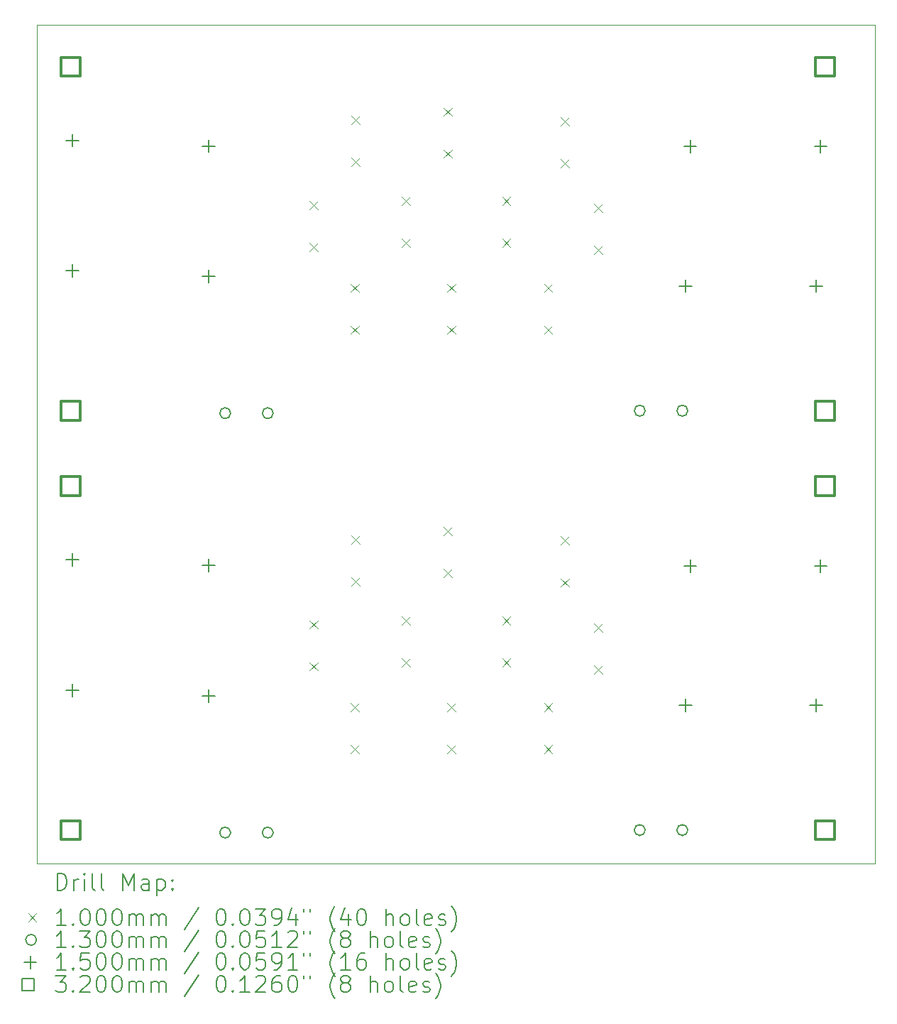
<source format=gbr>
%TF.GenerationSoftware,KiCad,Pcbnew,7.0.1*%
%TF.CreationDate,2023-06-27T15:12:14+02:00*%
%TF.ProjectId,K_PSU_dual_filter,4b5f5053-555f-4647-9561-6c5f66696c74,rev?*%
%TF.SameCoordinates,Original*%
%TF.FileFunction,Drillmap*%
%TF.FilePolarity,Positive*%
%FSLAX45Y45*%
G04 Gerber Fmt 4.5, Leading zero omitted, Abs format (unit mm)*
G04 Created by KiCad (PCBNEW 7.0.1) date 2023-06-27 15:12:14*
%MOMM*%
%LPD*%
G01*
G04 APERTURE LIST*
%ADD10C,0.100000*%
%ADD11C,0.200000*%
%ADD12C,0.130000*%
%ADD13C,0.150000*%
%ADD14C,0.320000*%
G04 APERTURE END LIST*
D10*
X10500000Y-3500000D02*
X20500000Y-3500000D01*
X20500000Y-13500000D01*
X10500000Y-13500000D01*
X10500000Y-3500000D01*
D11*
D10*
X13750000Y-5600000D02*
X13850000Y-5700000D01*
X13850000Y-5600000D02*
X13750000Y-5700000D01*
X13750000Y-6100000D02*
X13850000Y-6200000D01*
X13850000Y-6100000D02*
X13750000Y-6200000D01*
X13750000Y-10600000D02*
X13850000Y-10700000D01*
X13850000Y-10600000D02*
X13750000Y-10700000D01*
X13750000Y-11100000D02*
X13850000Y-11200000D01*
X13850000Y-11100000D02*
X13750000Y-11200000D01*
X14240000Y-6586768D02*
X14340000Y-6686768D01*
X14340000Y-6586768D02*
X14240000Y-6686768D01*
X14240000Y-7086768D02*
X14340000Y-7186768D01*
X14340000Y-7086768D02*
X14240000Y-7186768D01*
X14240000Y-11586768D02*
X14340000Y-11686768D01*
X14340000Y-11586768D02*
X14240000Y-11686768D01*
X14240000Y-12086768D02*
X14340000Y-12186768D01*
X14340000Y-12086768D02*
X14240000Y-12186768D01*
X14250000Y-4586768D02*
X14350000Y-4686768D01*
X14350000Y-4586768D02*
X14250000Y-4686768D01*
X14250000Y-5086768D02*
X14350000Y-5186768D01*
X14350000Y-5086768D02*
X14250000Y-5186768D01*
X14250000Y-9586768D02*
X14350000Y-9686768D01*
X14350000Y-9586768D02*
X14250000Y-9686768D01*
X14250000Y-10086768D02*
X14350000Y-10186768D01*
X14350000Y-10086768D02*
X14250000Y-10186768D01*
X14850000Y-5550000D02*
X14950000Y-5650000D01*
X14950000Y-5550000D02*
X14850000Y-5650000D01*
X14850000Y-6050000D02*
X14950000Y-6150000D01*
X14950000Y-6050000D02*
X14850000Y-6150000D01*
X14850000Y-10550000D02*
X14950000Y-10650000D01*
X14950000Y-10550000D02*
X14850000Y-10650000D01*
X14850000Y-11050000D02*
X14950000Y-11150000D01*
X14950000Y-11050000D02*
X14850000Y-11150000D01*
X15350000Y-4486768D02*
X15450000Y-4586768D01*
X15450000Y-4486768D02*
X15350000Y-4586768D01*
X15350000Y-4986768D02*
X15450000Y-5086768D01*
X15450000Y-4986768D02*
X15350000Y-5086768D01*
X15350000Y-9486768D02*
X15450000Y-9586768D01*
X15450000Y-9486768D02*
X15350000Y-9586768D01*
X15350000Y-9986768D02*
X15450000Y-10086768D01*
X15450000Y-9986768D02*
X15350000Y-10086768D01*
X15395000Y-6586768D02*
X15495000Y-6686768D01*
X15495000Y-6586768D02*
X15395000Y-6686768D01*
X15395000Y-7086768D02*
X15495000Y-7186768D01*
X15495000Y-7086768D02*
X15395000Y-7186768D01*
X15395000Y-11586768D02*
X15495000Y-11686768D01*
X15495000Y-11586768D02*
X15395000Y-11686768D01*
X15395000Y-12086768D02*
X15495000Y-12186768D01*
X15495000Y-12086768D02*
X15395000Y-12186768D01*
X16050000Y-5550000D02*
X16150000Y-5650000D01*
X16150000Y-5550000D02*
X16050000Y-5650000D01*
X16050000Y-6050000D02*
X16150000Y-6150000D01*
X16150000Y-6050000D02*
X16050000Y-6150000D01*
X16050000Y-10550000D02*
X16150000Y-10650000D01*
X16150000Y-10550000D02*
X16050000Y-10650000D01*
X16050000Y-11050000D02*
X16150000Y-11150000D01*
X16150000Y-11050000D02*
X16050000Y-11150000D01*
X16550000Y-6586768D02*
X16650000Y-6686768D01*
X16650000Y-6586768D02*
X16550000Y-6686768D01*
X16550000Y-7086768D02*
X16650000Y-7186768D01*
X16650000Y-7086768D02*
X16550000Y-7186768D01*
X16550000Y-11586768D02*
X16650000Y-11686768D01*
X16650000Y-11586768D02*
X16550000Y-11686768D01*
X16550000Y-12086768D02*
X16650000Y-12186768D01*
X16650000Y-12086768D02*
X16550000Y-12186768D01*
X16750000Y-4600000D02*
X16850000Y-4700000D01*
X16850000Y-4600000D02*
X16750000Y-4700000D01*
X16750000Y-5100000D02*
X16850000Y-5200000D01*
X16850000Y-5100000D02*
X16750000Y-5200000D01*
X16750000Y-9600000D02*
X16850000Y-9700000D01*
X16850000Y-9600000D02*
X16750000Y-9700000D01*
X16750000Y-10100000D02*
X16850000Y-10200000D01*
X16850000Y-10100000D02*
X16750000Y-10200000D01*
X17150000Y-5636768D02*
X17250000Y-5736768D01*
X17250000Y-5636768D02*
X17150000Y-5736768D01*
X17150000Y-6136768D02*
X17250000Y-6236768D01*
X17250000Y-6136768D02*
X17150000Y-6236768D01*
X17150000Y-10636768D02*
X17250000Y-10736768D01*
X17250000Y-10636768D02*
X17150000Y-10736768D01*
X17150000Y-11136768D02*
X17250000Y-11236768D01*
X17250000Y-11136768D02*
X17150000Y-11236768D01*
D12*
X12811000Y-8130000D02*
G75*
G03*
X12811000Y-8130000I-65000J0D01*
G01*
X12811000Y-13130000D02*
G75*
G03*
X12811000Y-13130000I-65000J0D01*
G01*
X13319000Y-8130000D02*
G75*
G03*
X13319000Y-8130000I-65000J0D01*
G01*
X13319000Y-13130000D02*
G75*
G03*
X13319000Y-13130000I-65000J0D01*
G01*
X17757000Y-8100000D02*
G75*
G03*
X17757000Y-8100000I-65000J0D01*
G01*
X17757000Y-13100000D02*
G75*
G03*
X17757000Y-13100000I-65000J0D01*
G01*
X18265000Y-8100000D02*
G75*
G03*
X18265000Y-8100000I-65000J0D01*
G01*
X18265000Y-13100000D02*
G75*
G03*
X18265000Y-13100000I-65000J0D01*
G01*
D13*
X10926048Y-4801048D02*
X10926048Y-4951048D01*
X10851048Y-4876048D02*
X11001048Y-4876048D01*
X10926048Y-6356683D02*
X10926048Y-6506683D01*
X10851048Y-6431683D02*
X11001048Y-6431683D01*
X10926048Y-9801048D02*
X10926048Y-9951048D01*
X10851048Y-9876048D02*
X11001048Y-9876048D01*
X10926048Y-11356683D02*
X10926048Y-11506683D01*
X10851048Y-11431683D02*
X11001048Y-11431683D01*
X12550000Y-4869365D02*
X12550000Y-5019365D01*
X12475000Y-4944365D02*
X12625000Y-4944365D01*
X12550000Y-6425000D02*
X12550000Y-6575000D01*
X12475000Y-6500000D02*
X12625000Y-6500000D01*
X12550000Y-9869365D02*
X12550000Y-10019365D01*
X12475000Y-9944365D02*
X12625000Y-9944365D01*
X12550000Y-11425000D02*
X12550000Y-11575000D01*
X12475000Y-11500000D02*
X12625000Y-11500000D01*
X18238024Y-6536976D02*
X18238024Y-6686976D01*
X18163024Y-6611976D02*
X18313024Y-6611976D01*
X18238024Y-11536976D02*
X18238024Y-11686976D01*
X18163024Y-11611976D02*
X18313024Y-11611976D01*
X18294365Y-4875000D02*
X18294365Y-5025000D01*
X18219365Y-4950000D02*
X18369365Y-4950000D01*
X18294365Y-9875000D02*
X18294365Y-10025000D01*
X18219365Y-9950000D02*
X18369365Y-9950000D01*
X19793659Y-6536976D02*
X19793659Y-6686976D01*
X19718659Y-6611976D02*
X19868659Y-6611976D01*
X19793659Y-11536976D02*
X19793659Y-11686976D01*
X19718659Y-11611976D02*
X19868659Y-11611976D01*
X19850000Y-4875000D02*
X19850000Y-5025000D01*
X19775000Y-4950000D02*
X19925000Y-4950000D01*
X19850000Y-9875000D02*
X19850000Y-10025000D01*
X19775000Y-9950000D02*
X19925000Y-9950000D01*
D14*
X11013138Y-4113138D02*
X11013138Y-3886862D01*
X10786862Y-3886862D01*
X10786862Y-4113138D01*
X11013138Y-4113138D01*
X11013138Y-8213138D02*
X11013138Y-7986862D01*
X10786862Y-7986862D01*
X10786862Y-8213138D01*
X11013138Y-8213138D01*
X11013138Y-9113138D02*
X11013138Y-8886862D01*
X10786862Y-8886862D01*
X10786862Y-9113138D01*
X11013138Y-9113138D01*
X11013138Y-13213138D02*
X11013138Y-12986862D01*
X10786862Y-12986862D01*
X10786862Y-13213138D01*
X11013138Y-13213138D01*
X20013138Y-4113138D02*
X20013138Y-3886862D01*
X19786862Y-3886862D01*
X19786862Y-4113138D01*
X20013138Y-4113138D01*
X20013138Y-8213138D02*
X20013138Y-7986862D01*
X19786862Y-7986862D01*
X19786862Y-8213138D01*
X20013138Y-8213138D01*
X20013138Y-9113138D02*
X20013138Y-8886862D01*
X19786862Y-8886862D01*
X19786862Y-9113138D01*
X20013138Y-9113138D01*
X20013138Y-13213138D02*
X20013138Y-12986862D01*
X19786862Y-12986862D01*
X19786862Y-13213138D01*
X20013138Y-13213138D01*
D11*
X10742619Y-13817524D02*
X10742619Y-13617524D01*
X10742619Y-13617524D02*
X10790238Y-13617524D01*
X10790238Y-13617524D02*
X10818810Y-13627048D01*
X10818810Y-13627048D02*
X10837857Y-13646095D01*
X10837857Y-13646095D02*
X10847381Y-13665143D01*
X10847381Y-13665143D02*
X10856905Y-13703238D01*
X10856905Y-13703238D02*
X10856905Y-13731809D01*
X10856905Y-13731809D02*
X10847381Y-13769905D01*
X10847381Y-13769905D02*
X10837857Y-13788952D01*
X10837857Y-13788952D02*
X10818810Y-13808000D01*
X10818810Y-13808000D02*
X10790238Y-13817524D01*
X10790238Y-13817524D02*
X10742619Y-13817524D01*
X10942619Y-13817524D02*
X10942619Y-13684190D01*
X10942619Y-13722286D02*
X10952143Y-13703238D01*
X10952143Y-13703238D02*
X10961667Y-13693714D01*
X10961667Y-13693714D02*
X10980714Y-13684190D01*
X10980714Y-13684190D02*
X10999762Y-13684190D01*
X11066429Y-13817524D02*
X11066429Y-13684190D01*
X11066429Y-13617524D02*
X11056905Y-13627048D01*
X11056905Y-13627048D02*
X11066429Y-13636571D01*
X11066429Y-13636571D02*
X11075952Y-13627048D01*
X11075952Y-13627048D02*
X11066429Y-13617524D01*
X11066429Y-13617524D02*
X11066429Y-13636571D01*
X11190238Y-13817524D02*
X11171190Y-13808000D01*
X11171190Y-13808000D02*
X11161667Y-13788952D01*
X11161667Y-13788952D02*
X11161667Y-13617524D01*
X11295000Y-13817524D02*
X11275952Y-13808000D01*
X11275952Y-13808000D02*
X11266428Y-13788952D01*
X11266428Y-13788952D02*
X11266428Y-13617524D01*
X11523571Y-13817524D02*
X11523571Y-13617524D01*
X11523571Y-13617524D02*
X11590238Y-13760381D01*
X11590238Y-13760381D02*
X11656905Y-13617524D01*
X11656905Y-13617524D02*
X11656905Y-13817524D01*
X11837857Y-13817524D02*
X11837857Y-13712762D01*
X11837857Y-13712762D02*
X11828333Y-13693714D01*
X11828333Y-13693714D02*
X11809286Y-13684190D01*
X11809286Y-13684190D02*
X11771190Y-13684190D01*
X11771190Y-13684190D02*
X11752143Y-13693714D01*
X11837857Y-13808000D02*
X11818809Y-13817524D01*
X11818809Y-13817524D02*
X11771190Y-13817524D01*
X11771190Y-13817524D02*
X11752143Y-13808000D01*
X11752143Y-13808000D02*
X11742619Y-13788952D01*
X11742619Y-13788952D02*
X11742619Y-13769905D01*
X11742619Y-13769905D02*
X11752143Y-13750857D01*
X11752143Y-13750857D02*
X11771190Y-13741333D01*
X11771190Y-13741333D02*
X11818809Y-13741333D01*
X11818809Y-13741333D02*
X11837857Y-13731809D01*
X11933095Y-13684190D02*
X11933095Y-13884190D01*
X11933095Y-13693714D02*
X11952143Y-13684190D01*
X11952143Y-13684190D02*
X11990238Y-13684190D01*
X11990238Y-13684190D02*
X12009286Y-13693714D01*
X12009286Y-13693714D02*
X12018809Y-13703238D01*
X12018809Y-13703238D02*
X12028333Y-13722286D01*
X12028333Y-13722286D02*
X12028333Y-13779428D01*
X12028333Y-13779428D02*
X12018809Y-13798476D01*
X12018809Y-13798476D02*
X12009286Y-13808000D01*
X12009286Y-13808000D02*
X11990238Y-13817524D01*
X11990238Y-13817524D02*
X11952143Y-13817524D01*
X11952143Y-13817524D02*
X11933095Y-13808000D01*
X12114048Y-13798476D02*
X12123571Y-13808000D01*
X12123571Y-13808000D02*
X12114048Y-13817524D01*
X12114048Y-13817524D02*
X12104524Y-13808000D01*
X12104524Y-13808000D02*
X12114048Y-13798476D01*
X12114048Y-13798476D02*
X12114048Y-13817524D01*
X12114048Y-13693714D02*
X12123571Y-13703238D01*
X12123571Y-13703238D02*
X12114048Y-13712762D01*
X12114048Y-13712762D02*
X12104524Y-13703238D01*
X12104524Y-13703238D02*
X12114048Y-13693714D01*
X12114048Y-13693714D02*
X12114048Y-13712762D01*
D10*
X10395000Y-14095000D02*
X10495000Y-14195000D01*
X10495000Y-14095000D02*
X10395000Y-14195000D01*
D11*
X10847381Y-14237524D02*
X10733095Y-14237524D01*
X10790238Y-14237524D02*
X10790238Y-14037524D01*
X10790238Y-14037524D02*
X10771190Y-14066095D01*
X10771190Y-14066095D02*
X10752143Y-14085143D01*
X10752143Y-14085143D02*
X10733095Y-14094667D01*
X10933095Y-14218476D02*
X10942619Y-14228000D01*
X10942619Y-14228000D02*
X10933095Y-14237524D01*
X10933095Y-14237524D02*
X10923571Y-14228000D01*
X10923571Y-14228000D02*
X10933095Y-14218476D01*
X10933095Y-14218476D02*
X10933095Y-14237524D01*
X11066429Y-14037524D02*
X11085476Y-14037524D01*
X11085476Y-14037524D02*
X11104524Y-14047048D01*
X11104524Y-14047048D02*
X11114048Y-14056571D01*
X11114048Y-14056571D02*
X11123571Y-14075619D01*
X11123571Y-14075619D02*
X11133095Y-14113714D01*
X11133095Y-14113714D02*
X11133095Y-14161333D01*
X11133095Y-14161333D02*
X11123571Y-14199428D01*
X11123571Y-14199428D02*
X11114048Y-14218476D01*
X11114048Y-14218476D02*
X11104524Y-14228000D01*
X11104524Y-14228000D02*
X11085476Y-14237524D01*
X11085476Y-14237524D02*
X11066429Y-14237524D01*
X11066429Y-14237524D02*
X11047381Y-14228000D01*
X11047381Y-14228000D02*
X11037857Y-14218476D01*
X11037857Y-14218476D02*
X11028333Y-14199428D01*
X11028333Y-14199428D02*
X11018810Y-14161333D01*
X11018810Y-14161333D02*
X11018810Y-14113714D01*
X11018810Y-14113714D02*
X11028333Y-14075619D01*
X11028333Y-14075619D02*
X11037857Y-14056571D01*
X11037857Y-14056571D02*
X11047381Y-14047048D01*
X11047381Y-14047048D02*
X11066429Y-14037524D01*
X11256905Y-14037524D02*
X11275952Y-14037524D01*
X11275952Y-14037524D02*
X11295000Y-14047048D01*
X11295000Y-14047048D02*
X11304524Y-14056571D01*
X11304524Y-14056571D02*
X11314048Y-14075619D01*
X11314048Y-14075619D02*
X11323571Y-14113714D01*
X11323571Y-14113714D02*
X11323571Y-14161333D01*
X11323571Y-14161333D02*
X11314048Y-14199428D01*
X11314048Y-14199428D02*
X11304524Y-14218476D01*
X11304524Y-14218476D02*
X11295000Y-14228000D01*
X11295000Y-14228000D02*
X11275952Y-14237524D01*
X11275952Y-14237524D02*
X11256905Y-14237524D01*
X11256905Y-14237524D02*
X11237857Y-14228000D01*
X11237857Y-14228000D02*
X11228333Y-14218476D01*
X11228333Y-14218476D02*
X11218809Y-14199428D01*
X11218809Y-14199428D02*
X11209286Y-14161333D01*
X11209286Y-14161333D02*
X11209286Y-14113714D01*
X11209286Y-14113714D02*
X11218809Y-14075619D01*
X11218809Y-14075619D02*
X11228333Y-14056571D01*
X11228333Y-14056571D02*
X11237857Y-14047048D01*
X11237857Y-14047048D02*
X11256905Y-14037524D01*
X11447381Y-14037524D02*
X11466429Y-14037524D01*
X11466429Y-14037524D02*
X11485476Y-14047048D01*
X11485476Y-14047048D02*
X11495000Y-14056571D01*
X11495000Y-14056571D02*
X11504524Y-14075619D01*
X11504524Y-14075619D02*
X11514048Y-14113714D01*
X11514048Y-14113714D02*
X11514048Y-14161333D01*
X11514048Y-14161333D02*
X11504524Y-14199428D01*
X11504524Y-14199428D02*
X11495000Y-14218476D01*
X11495000Y-14218476D02*
X11485476Y-14228000D01*
X11485476Y-14228000D02*
X11466429Y-14237524D01*
X11466429Y-14237524D02*
X11447381Y-14237524D01*
X11447381Y-14237524D02*
X11428333Y-14228000D01*
X11428333Y-14228000D02*
X11418809Y-14218476D01*
X11418809Y-14218476D02*
X11409286Y-14199428D01*
X11409286Y-14199428D02*
X11399762Y-14161333D01*
X11399762Y-14161333D02*
X11399762Y-14113714D01*
X11399762Y-14113714D02*
X11409286Y-14075619D01*
X11409286Y-14075619D02*
X11418809Y-14056571D01*
X11418809Y-14056571D02*
X11428333Y-14047048D01*
X11428333Y-14047048D02*
X11447381Y-14037524D01*
X11599762Y-14237524D02*
X11599762Y-14104190D01*
X11599762Y-14123238D02*
X11609286Y-14113714D01*
X11609286Y-14113714D02*
X11628333Y-14104190D01*
X11628333Y-14104190D02*
X11656905Y-14104190D01*
X11656905Y-14104190D02*
X11675952Y-14113714D01*
X11675952Y-14113714D02*
X11685476Y-14132762D01*
X11685476Y-14132762D02*
X11685476Y-14237524D01*
X11685476Y-14132762D02*
X11695000Y-14113714D01*
X11695000Y-14113714D02*
X11714048Y-14104190D01*
X11714048Y-14104190D02*
X11742619Y-14104190D01*
X11742619Y-14104190D02*
X11761667Y-14113714D01*
X11761667Y-14113714D02*
X11771190Y-14132762D01*
X11771190Y-14132762D02*
X11771190Y-14237524D01*
X11866429Y-14237524D02*
X11866429Y-14104190D01*
X11866429Y-14123238D02*
X11875952Y-14113714D01*
X11875952Y-14113714D02*
X11895000Y-14104190D01*
X11895000Y-14104190D02*
X11923571Y-14104190D01*
X11923571Y-14104190D02*
X11942619Y-14113714D01*
X11942619Y-14113714D02*
X11952143Y-14132762D01*
X11952143Y-14132762D02*
X11952143Y-14237524D01*
X11952143Y-14132762D02*
X11961667Y-14113714D01*
X11961667Y-14113714D02*
X11980714Y-14104190D01*
X11980714Y-14104190D02*
X12009286Y-14104190D01*
X12009286Y-14104190D02*
X12028333Y-14113714D01*
X12028333Y-14113714D02*
X12037857Y-14132762D01*
X12037857Y-14132762D02*
X12037857Y-14237524D01*
X12428333Y-14028000D02*
X12256905Y-14285143D01*
X12685476Y-14037524D02*
X12704524Y-14037524D01*
X12704524Y-14037524D02*
X12723572Y-14047048D01*
X12723572Y-14047048D02*
X12733095Y-14056571D01*
X12733095Y-14056571D02*
X12742619Y-14075619D01*
X12742619Y-14075619D02*
X12752143Y-14113714D01*
X12752143Y-14113714D02*
X12752143Y-14161333D01*
X12752143Y-14161333D02*
X12742619Y-14199428D01*
X12742619Y-14199428D02*
X12733095Y-14218476D01*
X12733095Y-14218476D02*
X12723572Y-14228000D01*
X12723572Y-14228000D02*
X12704524Y-14237524D01*
X12704524Y-14237524D02*
X12685476Y-14237524D01*
X12685476Y-14237524D02*
X12666429Y-14228000D01*
X12666429Y-14228000D02*
X12656905Y-14218476D01*
X12656905Y-14218476D02*
X12647381Y-14199428D01*
X12647381Y-14199428D02*
X12637857Y-14161333D01*
X12637857Y-14161333D02*
X12637857Y-14113714D01*
X12637857Y-14113714D02*
X12647381Y-14075619D01*
X12647381Y-14075619D02*
X12656905Y-14056571D01*
X12656905Y-14056571D02*
X12666429Y-14047048D01*
X12666429Y-14047048D02*
X12685476Y-14037524D01*
X12837857Y-14218476D02*
X12847381Y-14228000D01*
X12847381Y-14228000D02*
X12837857Y-14237524D01*
X12837857Y-14237524D02*
X12828333Y-14228000D01*
X12828333Y-14228000D02*
X12837857Y-14218476D01*
X12837857Y-14218476D02*
X12837857Y-14237524D01*
X12971191Y-14037524D02*
X12990238Y-14037524D01*
X12990238Y-14037524D02*
X13009286Y-14047048D01*
X13009286Y-14047048D02*
X13018810Y-14056571D01*
X13018810Y-14056571D02*
X13028333Y-14075619D01*
X13028333Y-14075619D02*
X13037857Y-14113714D01*
X13037857Y-14113714D02*
X13037857Y-14161333D01*
X13037857Y-14161333D02*
X13028333Y-14199428D01*
X13028333Y-14199428D02*
X13018810Y-14218476D01*
X13018810Y-14218476D02*
X13009286Y-14228000D01*
X13009286Y-14228000D02*
X12990238Y-14237524D01*
X12990238Y-14237524D02*
X12971191Y-14237524D01*
X12971191Y-14237524D02*
X12952143Y-14228000D01*
X12952143Y-14228000D02*
X12942619Y-14218476D01*
X12942619Y-14218476D02*
X12933095Y-14199428D01*
X12933095Y-14199428D02*
X12923572Y-14161333D01*
X12923572Y-14161333D02*
X12923572Y-14113714D01*
X12923572Y-14113714D02*
X12933095Y-14075619D01*
X12933095Y-14075619D02*
X12942619Y-14056571D01*
X12942619Y-14056571D02*
X12952143Y-14047048D01*
X12952143Y-14047048D02*
X12971191Y-14037524D01*
X13104524Y-14037524D02*
X13228333Y-14037524D01*
X13228333Y-14037524D02*
X13161667Y-14113714D01*
X13161667Y-14113714D02*
X13190238Y-14113714D01*
X13190238Y-14113714D02*
X13209286Y-14123238D01*
X13209286Y-14123238D02*
X13218810Y-14132762D01*
X13218810Y-14132762D02*
X13228333Y-14151809D01*
X13228333Y-14151809D02*
X13228333Y-14199428D01*
X13228333Y-14199428D02*
X13218810Y-14218476D01*
X13218810Y-14218476D02*
X13209286Y-14228000D01*
X13209286Y-14228000D02*
X13190238Y-14237524D01*
X13190238Y-14237524D02*
X13133095Y-14237524D01*
X13133095Y-14237524D02*
X13114048Y-14228000D01*
X13114048Y-14228000D02*
X13104524Y-14218476D01*
X13323572Y-14237524D02*
X13361667Y-14237524D01*
X13361667Y-14237524D02*
X13380714Y-14228000D01*
X13380714Y-14228000D02*
X13390238Y-14218476D01*
X13390238Y-14218476D02*
X13409286Y-14189905D01*
X13409286Y-14189905D02*
X13418810Y-14151809D01*
X13418810Y-14151809D02*
X13418810Y-14075619D01*
X13418810Y-14075619D02*
X13409286Y-14056571D01*
X13409286Y-14056571D02*
X13399762Y-14047048D01*
X13399762Y-14047048D02*
X13380714Y-14037524D01*
X13380714Y-14037524D02*
X13342619Y-14037524D01*
X13342619Y-14037524D02*
X13323572Y-14047048D01*
X13323572Y-14047048D02*
X13314048Y-14056571D01*
X13314048Y-14056571D02*
X13304524Y-14075619D01*
X13304524Y-14075619D02*
X13304524Y-14123238D01*
X13304524Y-14123238D02*
X13314048Y-14142286D01*
X13314048Y-14142286D02*
X13323572Y-14151809D01*
X13323572Y-14151809D02*
X13342619Y-14161333D01*
X13342619Y-14161333D02*
X13380714Y-14161333D01*
X13380714Y-14161333D02*
X13399762Y-14151809D01*
X13399762Y-14151809D02*
X13409286Y-14142286D01*
X13409286Y-14142286D02*
X13418810Y-14123238D01*
X13590238Y-14104190D02*
X13590238Y-14237524D01*
X13542619Y-14028000D02*
X13495000Y-14170857D01*
X13495000Y-14170857D02*
X13618810Y-14170857D01*
X13685476Y-14037524D02*
X13685476Y-14075619D01*
X13761667Y-14037524D02*
X13761667Y-14075619D01*
X14056905Y-14313714D02*
X14047381Y-14304190D01*
X14047381Y-14304190D02*
X14028334Y-14275619D01*
X14028334Y-14275619D02*
X14018810Y-14256571D01*
X14018810Y-14256571D02*
X14009286Y-14228000D01*
X14009286Y-14228000D02*
X13999762Y-14180381D01*
X13999762Y-14180381D02*
X13999762Y-14142286D01*
X13999762Y-14142286D02*
X14009286Y-14094667D01*
X14009286Y-14094667D02*
X14018810Y-14066095D01*
X14018810Y-14066095D02*
X14028334Y-14047048D01*
X14028334Y-14047048D02*
X14047381Y-14018476D01*
X14047381Y-14018476D02*
X14056905Y-14008952D01*
X14218810Y-14104190D02*
X14218810Y-14237524D01*
X14171191Y-14028000D02*
X14123572Y-14170857D01*
X14123572Y-14170857D02*
X14247381Y-14170857D01*
X14361667Y-14037524D02*
X14380715Y-14037524D01*
X14380715Y-14037524D02*
X14399762Y-14047048D01*
X14399762Y-14047048D02*
X14409286Y-14056571D01*
X14409286Y-14056571D02*
X14418810Y-14075619D01*
X14418810Y-14075619D02*
X14428334Y-14113714D01*
X14428334Y-14113714D02*
X14428334Y-14161333D01*
X14428334Y-14161333D02*
X14418810Y-14199428D01*
X14418810Y-14199428D02*
X14409286Y-14218476D01*
X14409286Y-14218476D02*
X14399762Y-14228000D01*
X14399762Y-14228000D02*
X14380715Y-14237524D01*
X14380715Y-14237524D02*
X14361667Y-14237524D01*
X14361667Y-14237524D02*
X14342619Y-14228000D01*
X14342619Y-14228000D02*
X14333095Y-14218476D01*
X14333095Y-14218476D02*
X14323572Y-14199428D01*
X14323572Y-14199428D02*
X14314048Y-14161333D01*
X14314048Y-14161333D02*
X14314048Y-14113714D01*
X14314048Y-14113714D02*
X14323572Y-14075619D01*
X14323572Y-14075619D02*
X14333095Y-14056571D01*
X14333095Y-14056571D02*
X14342619Y-14047048D01*
X14342619Y-14047048D02*
X14361667Y-14037524D01*
X14666429Y-14237524D02*
X14666429Y-14037524D01*
X14752143Y-14237524D02*
X14752143Y-14132762D01*
X14752143Y-14132762D02*
X14742619Y-14113714D01*
X14742619Y-14113714D02*
X14723572Y-14104190D01*
X14723572Y-14104190D02*
X14695000Y-14104190D01*
X14695000Y-14104190D02*
X14675953Y-14113714D01*
X14675953Y-14113714D02*
X14666429Y-14123238D01*
X14875953Y-14237524D02*
X14856905Y-14228000D01*
X14856905Y-14228000D02*
X14847381Y-14218476D01*
X14847381Y-14218476D02*
X14837857Y-14199428D01*
X14837857Y-14199428D02*
X14837857Y-14142286D01*
X14837857Y-14142286D02*
X14847381Y-14123238D01*
X14847381Y-14123238D02*
X14856905Y-14113714D01*
X14856905Y-14113714D02*
X14875953Y-14104190D01*
X14875953Y-14104190D02*
X14904524Y-14104190D01*
X14904524Y-14104190D02*
X14923572Y-14113714D01*
X14923572Y-14113714D02*
X14933096Y-14123238D01*
X14933096Y-14123238D02*
X14942619Y-14142286D01*
X14942619Y-14142286D02*
X14942619Y-14199428D01*
X14942619Y-14199428D02*
X14933096Y-14218476D01*
X14933096Y-14218476D02*
X14923572Y-14228000D01*
X14923572Y-14228000D02*
X14904524Y-14237524D01*
X14904524Y-14237524D02*
X14875953Y-14237524D01*
X15056905Y-14237524D02*
X15037857Y-14228000D01*
X15037857Y-14228000D02*
X15028334Y-14208952D01*
X15028334Y-14208952D02*
X15028334Y-14037524D01*
X15209286Y-14228000D02*
X15190238Y-14237524D01*
X15190238Y-14237524D02*
X15152143Y-14237524D01*
X15152143Y-14237524D02*
X15133096Y-14228000D01*
X15133096Y-14228000D02*
X15123572Y-14208952D01*
X15123572Y-14208952D02*
X15123572Y-14132762D01*
X15123572Y-14132762D02*
X15133096Y-14113714D01*
X15133096Y-14113714D02*
X15152143Y-14104190D01*
X15152143Y-14104190D02*
X15190238Y-14104190D01*
X15190238Y-14104190D02*
X15209286Y-14113714D01*
X15209286Y-14113714D02*
X15218810Y-14132762D01*
X15218810Y-14132762D02*
X15218810Y-14151809D01*
X15218810Y-14151809D02*
X15123572Y-14170857D01*
X15295000Y-14228000D02*
X15314048Y-14237524D01*
X15314048Y-14237524D02*
X15352143Y-14237524D01*
X15352143Y-14237524D02*
X15371191Y-14228000D01*
X15371191Y-14228000D02*
X15380715Y-14208952D01*
X15380715Y-14208952D02*
X15380715Y-14199428D01*
X15380715Y-14199428D02*
X15371191Y-14180381D01*
X15371191Y-14180381D02*
X15352143Y-14170857D01*
X15352143Y-14170857D02*
X15323572Y-14170857D01*
X15323572Y-14170857D02*
X15304524Y-14161333D01*
X15304524Y-14161333D02*
X15295000Y-14142286D01*
X15295000Y-14142286D02*
X15295000Y-14132762D01*
X15295000Y-14132762D02*
X15304524Y-14113714D01*
X15304524Y-14113714D02*
X15323572Y-14104190D01*
X15323572Y-14104190D02*
X15352143Y-14104190D01*
X15352143Y-14104190D02*
X15371191Y-14113714D01*
X15447381Y-14313714D02*
X15456905Y-14304190D01*
X15456905Y-14304190D02*
X15475953Y-14275619D01*
X15475953Y-14275619D02*
X15485477Y-14256571D01*
X15485477Y-14256571D02*
X15495000Y-14228000D01*
X15495000Y-14228000D02*
X15504524Y-14180381D01*
X15504524Y-14180381D02*
X15504524Y-14142286D01*
X15504524Y-14142286D02*
X15495000Y-14094667D01*
X15495000Y-14094667D02*
X15485477Y-14066095D01*
X15485477Y-14066095D02*
X15475953Y-14047048D01*
X15475953Y-14047048D02*
X15456905Y-14018476D01*
X15456905Y-14018476D02*
X15447381Y-14008952D01*
D12*
X10495000Y-14409000D02*
G75*
G03*
X10495000Y-14409000I-65000J0D01*
G01*
D11*
X10847381Y-14501524D02*
X10733095Y-14501524D01*
X10790238Y-14501524D02*
X10790238Y-14301524D01*
X10790238Y-14301524D02*
X10771190Y-14330095D01*
X10771190Y-14330095D02*
X10752143Y-14349143D01*
X10752143Y-14349143D02*
X10733095Y-14358667D01*
X10933095Y-14482476D02*
X10942619Y-14492000D01*
X10942619Y-14492000D02*
X10933095Y-14501524D01*
X10933095Y-14501524D02*
X10923571Y-14492000D01*
X10923571Y-14492000D02*
X10933095Y-14482476D01*
X10933095Y-14482476D02*
X10933095Y-14501524D01*
X11009286Y-14301524D02*
X11133095Y-14301524D01*
X11133095Y-14301524D02*
X11066429Y-14377714D01*
X11066429Y-14377714D02*
X11095000Y-14377714D01*
X11095000Y-14377714D02*
X11114048Y-14387238D01*
X11114048Y-14387238D02*
X11123571Y-14396762D01*
X11123571Y-14396762D02*
X11133095Y-14415809D01*
X11133095Y-14415809D02*
X11133095Y-14463428D01*
X11133095Y-14463428D02*
X11123571Y-14482476D01*
X11123571Y-14482476D02*
X11114048Y-14492000D01*
X11114048Y-14492000D02*
X11095000Y-14501524D01*
X11095000Y-14501524D02*
X11037857Y-14501524D01*
X11037857Y-14501524D02*
X11018810Y-14492000D01*
X11018810Y-14492000D02*
X11009286Y-14482476D01*
X11256905Y-14301524D02*
X11275952Y-14301524D01*
X11275952Y-14301524D02*
X11295000Y-14311048D01*
X11295000Y-14311048D02*
X11304524Y-14320571D01*
X11304524Y-14320571D02*
X11314048Y-14339619D01*
X11314048Y-14339619D02*
X11323571Y-14377714D01*
X11323571Y-14377714D02*
X11323571Y-14425333D01*
X11323571Y-14425333D02*
X11314048Y-14463428D01*
X11314048Y-14463428D02*
X11304524Y-14482476D01*
X11304524Y-14482476D02*
X11295000Y-14492000D01*
X11295000Y-14492000D02*
X11275952Y-14501524D01*
X11275952Y-14501524D02*
X11256905Y-14501524D01*
X11256905Y-14501524D02*
X11237857Y-14492000D01*
X11237857Y-14492000D02*
X11228333Y-14482476D01*
X11228333Y-14482476D02*
X11218809Y-14463428D01*
X11218809Y-14463428D02*
X11209286Y-14425333D01*
X11209286Y-14425333D02*
X11209286Y-14377714D01*
X11209286Y-14377714D02*
X11218809Y-14339619D01*
X11218809Y-14339619D02*
X11228333Y-14320571D01*
X11228333Y-14320571D02*
X11237857Y-14311048D01*
X11237857Y-14311048D02*
X11256905Y-14301524D01*
X11447381Y-14301524D02*
X11466429Y-14301524D01*
X11466429Y-14301524D02*
X11485476Y-14311048D01*
X11485476Y-14311048D02*
X11495000Y-14320571D01*
X11495000Y-14320571D02*
X11504524Y-14339619D01*
X11504524Y-14339619D02*
X11514048Y-14377714D01*
X11514048Y-14377714D02*
X11514048Y-14425333D01*
X11514048Y-14425333D02*
X11504524Y-14463428D01*
X11504524Y-14463428D02*
X11495000Y-14482476D01*
X11495000Y-14482476D02*
X11485476Y-14492000D01*
X11485476Y-14492000D02*
X11466429Y-14501524D01*
X11466429Y-14501524D02*
X11447381Y-14501524D01*
X11447381Y-14501524D02*
X11428333Y-14492000D01*
X11428333Y-14492000D02*
X11418809Y-14482476D01*
X11418809Y-14482476D02*
X11409286Y-14463428D01*
X11409286Y-14463428D02*
X11399762Y-14425333D01*
X11399762Y-14425333D02*
X11399762Y-14377714D01*
X11399762Y-14377714D02*
X11409286Y-14339619D01*
X11409286Y-14339619D02*
X11418809Y-14320571D01*
X11418809Y-14320571D02*
X11428333Y-14311048D01*
X11428333Y-14311048D02*
X11447381Y-14301524D01*
X11599762Y-14501524D02*
X11599762Y-14368190D01*
X11599762Y-14387238D02*
X11609286Y-14377714D01*
X11609286Y-14377714D02*
X11628333Y-14368190D01*
X11628333Y-14368190D02*
X11656905Y-14368190D01*
X11656905Y-14368190D02*
X11675952Y-14377714D01*
X11675952Y-14377714D02*
X11685476Y-14396762D01*
X11685476Y-14396762D02*
X11685476Y-14501524D01*
X11685476Y-14396762D02*
X11695000Y-14377714D01*
X11695000Y-14377714D02*
X11714048Y-14368190D01*
X11714048Y-14368190D02*
X11742619Y-14368190D01*
X11742619Y-14368190D02*
X11761667Y-14377714D01*
X11761667Y-14377714D02*
X11771190Y-14396762D01*
X11771190Y-14396762D02*
X11771190Y-14501524D01*
X11866429Y-14501524D02*
X11866429Y-14368190D01*
X11866429Y-14387238D02*
X11875952Y-14377714D01*
X11875952Y-14377714D02*
X11895000Y-14368190D01*
X11895000Y-14368190D02*
X11923571Y-14368190D01*
X11923571Y-14368190D02*
X11942619Y-14377714D01*
X11942619Y-14377714D02*
X11952143Y-14396762D01*
X11952143Y-14396762D02*
X11952143Y-14501524D01*
X11952143Y-14396762D02*
X11961667Y-14377714D01*
X11961667Y-14377714D02*
X11980714Y-14368190D01*
X11980714Y-14368190D02*
X12009286Y-14368190D01*
X12009286Y-14368190D02*
X12028333Y-14377714D01*
X12028333Y-14377714D02*
X12037857Y-14396762D01*
X12037857Y-14396762D02*
X12037857Y-14501524D01*
X12428333Y-14292000D02*
X12256905Y-14549143D01*
X12685476Y-14301524D02*
X12704524Y-14301524D01*
X12704524Y-14301524D02*
X12723572Y-14311048D01*
X12723572Y-14311048D02*
X12733095Y-14320571D01*
X12733095Y-14320571D02*
X12742619Y-14339619D01*
X12742619Y-14339619D02*
X12752143Y-14377714D01*
X12752143Y-14377714D02*
X12752143Y-14425333D01*
X12752143Y-14425333D02*
X12742619Y-14463428D01*
X12742619Y-14463428D02*
X12733095Y-14482476D01*
X12733095Y-14482476D02*
X12723572Y-14492000D01*
X12723572Y-14492000D02*
X12704524Y-14501524D01*
X12704524Y-14501524D02*
X12685476Y-14501524D01*
X12685476Y-14501524D02*
X12666429Y-14492000D01*
X12666429Y-14492000D02*
X12656905Y-14482476D01*
X12656905Y-14482476D02*
X12647381Y-14463428D01*
X12647381Y-14463428D02*
X12637857Y-14425333D01*
X12637857Y-14425333D02*
X12637857Y-14377714D01*
X12637857Y-14377714D02*
X12647381Y-14339619D01*
X12647381Y-14339619D02*
X12656905Y-14320571D01*
X12656905Y-14320571D02*
X12666429Y-14311048D01*
X12666429Y-14311048D02*
X12685476Y-14301524D01*
X12837857Y-14482476D02*
X12847381Y-14492000D01*
X12847381Y-14492000D02*
X12837857Y-14501524D01*
X12837857Y-14501524D02*
X12828333Y-14492000D01*
X12828333Y-14492000D02*
X12837857Y-14482476D01*
X12837857Y-14482476D02*
X12837857Y-14501524D01*
X12971191Y-14301524D02*
X12990238Y-14301524D01*
X12990238Y-14301524D02*
X13009286Y-14311048D01*
X13009286Y-14311048D02*
X13018810Y-14320571D01*
X13018810Y-14320571D02*
X13028333Y-14339619D01*
X13028333Y-14339619D02*
X13037857Y-14377714D01*
X13037857Y-14377714D02*
X13037857Y-14425333D01*
X13037857Y-14425333D02*
X13028333Y-14463428D01*
X13028333Y-14463428D02*
X13018810Y-14482476D01*
X13018810Y-14482476D02*
X13009286Y-14492000D01*
X13009286Y-14492000D02*
X12990238Y-14501524D01*
X12990238Y-14501524D02*
X12971191Y-14501524D01*
X12971191Y-14501524D02*
X12952143Y-14492000D01*
X12952143Y-14492000D02*
X12942619Y-14482476D01*
X12942619Y-14482476D02*
X12933095Y-14463428D01*
X12933095Y-14463428D02*
X12923572Y-14425333D01*
X12923572Y-14425333D02*
X12923572Y-14377714D01*
X12923572Y-14377714D02*
X12933095Y-14339619D01*
X12933095Y-14339619D02*
X12942619Y-14320571D01*
X12942619Y-14320571D02*
X12952143Y-14311048D01*
X12952143Y-14311048D02*
X12971191Y-14301524D01*
X13218810Y-14301524D02*
X13123572Y-14301524D01*
X13123572Y-14301524D02*
X13114048Y-14396762D01*
X13114048Y-14396762D02*
X13123572Y-14387238D01*
X13123572Y-14387238D02*
X13142619Y-14377714D01*
X13142619Y-14377714D02*
X13190238Y-14377714D01*
X13190238Y-14377714D02*
X13209286Y-14387238D01*
X13209286Y-14387238D02*
X13218810Y-14396762D01*
X13218810Y-14396762D02*
X13228333Y-14415809D01*
X13228333Y-14415809D02*
X13228333Y-14463428D01*
X13228333Y-14463428D02*
X13218810Y-14482476D01*
X13218810Y-14482476D02*
X13209286Y-14492000D01*
X13209286Y-14492000D02*
X13190238Y-14501524D01*
X13190238Y-14501524D02*
X13142619Y-14501524D01*
X13142619Y-14501524D02*
X13123572Y-14492000D01*
X13123572Y-14492000D02*
X13114048Y-14482476D01*
X13418810Y-14501524D02*
X13304524Y-14501524D01*
X13361667Y-14501524D02*
X13361667Y-14301524D01*
X13361667Y-14301524D02*
X13342619Y-14330095D01*
X13342619Y-14330095D02*
X13323572Y-14349143D01*
X13323572Y-14349143D02*
X13304524Y-14358667D01*
X13495000Y-14320571D02*
X13504524Y-14311048D01*
X13504524Y-14311048D02*
X13523572Y-14301524D01*
X13523572Y-14301524D02*
X13571191Y-14301524D01*
X13571191Y-14301524D02*
X13590238Y-14311048D01*
X13590238Y-14311048D02*
X13599762Y-14320571D01*
X13599762Y-14320571D02*
X13609286Y-14339619D01*
X13609286Y-14339619D02*
X13609286Y-14358667D01*
X13609286Y-14358667D02*
X13599762Y-14387238D01*
X13599762Y-14387238D02*
X13485476Y-14501524D01*
X13485476Y-14501524D02*
X13609286Y-14501524D01*
X13685476Y-14301524D02*
X13685476Y-14339619D01*
X13761667Y-14301524D02*
X13761667Y-14339619D01*
X14056905Y-14577714D02*
X14047381Y-14568190D01*
X14047381Y-14568190D02*
X14028334Y-14539619D01*
X14028334Y-14539619D02*
X14018810Y-14520571D01*
X14018810Y-14520571D02*
X14009286Y-14492000D01*
X14009286Y-14492000D02*
X13999762Y-14444381D01*
X13999762Y-14444381D02*
X13999762Y-14406286D01*
X13999762Y-14406286D02*
X14009286Y-14358667D01*
X14009286Y-14358667D02*
X14018810Y-14330095D01*
X14018810Y-14330095D02*
X14028334Y-14311048D01*
X14028334Y-14311048D02*
X14047381Y-14282476D01*
X14047381Y-14282476D02*
X14056905Y-14272952D01*
X14161667Y-14387238D02*
X14142619Y-14377714D01*
X14142619Y-14377714D02*
X14133095Y-14368190D01*
X14133095Y-14368190D02*
X14123572Y-14349143D01*
X14123572Y-14349143D02*
X14123572Y-14339619D01*
X14123572Y-14339619D02*
X14133095Y-14320571D01*
X14133095Y-14320571D02*
X14142619Y-14311048D01*
X14142619Y-14311048D02*
X14161667Y-14301524D01*
X14161667Y-14301524D02*
X14199762Y-14301524D01*
X14199762Y-14301524D02*
X14218810Y-14311048D01*
X14218810Y-14311048D02*
X14228334Y-14320571D01*
X14228334Y-14320571D02*
X14237857Y-14339619D01*
X14237857Y-14339619D02*
X14237857Y-14349143D01*
X14237857Y-14349143D02*
X14228334Y-14368190D01*
X14228334Y-14368190D02*
X14218810Y-14377714D01*
X14218810Y-14377714D02*
X14199762Y-14387238D01*
X14199762Y-14387238D02*
X14161667Y-14387238D01*
X14161667Y-14387238D02*
X14142619Y-14396762D01*
X14142619Y-14396762D02*
X14133095Y-14406286D01*
X14133095Y-14406286D02*
X14123572Y-14425333D01*
X14123572Y-14425333D02*
X14123572Y-14463428D01*
X14123572Y-14463428D02*
X14133095Y-14482476D01*
X14133095Y-14482476D02*
X14142619Y-14492000D01*
X14142619Y-14492000D02*
X14161667Y-14501524D01*
X14161667Y-14501524D02*
X14199762Y-14501524D01*
X14199762Y-14501524D02*
X14218810Y-14492000D01*
X14218810Y-14492000D02*
X14228334Y-14482476D01*
X14228334Y-14482476D02*
X14237857Y-14463428D01*
X14237857Y-14463428D02*
X14237857Y-14425333D01*
X14237857Y-14425333D02*
X14228334Y-14406286D01*
X14228334Y-14406286D02*
X14218810Y-14396762D01*
X14218810Y-14396762D02*
X14199762Y-14387238D01*
X14475953Y-14501524D02*
X14475953Y-14301524D01*
X14561667Y-14501524D02*
X14561667Y-14396762D01*
X14561667Y-14396762D02*
X14552143Y-14377714D01*
X14552143Y-14377714D02*
X14533096Y-14368190D01*
X14533096Y-14368190D02*
X14504524Y-14368190D01*
X14504524Y-14368190D02*
X14485476Y-14377714D01*
X14485476Y-14377714D02*
X14475953Y-14387238D01*
X14685476Y-14501524D02*
X14666429Y-14492000D01*
X14666429Y-14492000D02*
X14656905Y-14482476D01*
X14656905Y-14482476D02*
X14647381Y-14463428D01*
X14647381Y-14463428D02*
X14647381Y-14406286D01*
X14647381Y-14406286D02*
X14656905Y-14387238D01*
X14656905Y-14387238D02*
X14666429Y-14377714D01*
X14666429Y-14377714D02*
X14685476Y-14368190D01*
X14685476Y-14368190D02*
X14714048Y-14368190D01*
X14714048Y-14368190D02*
X14733096Y-14377714D01*
X14733096Y-14377714D02*
X14742619Y-14387238D01*
X14742619Y-14387238D02*
X14752143Y-14406286D01*
X14752143Y-14406286D02*
X14752143Y-14463428D01*
X14752143Y-14463428D02*
X14742619Y-14482476D01*
X14742619Y-14482476D02*
X14733096Y-14492000D01*
X14733096Y-14492000D02*
X14714048Y-14501524D01*
X14714048Y-14501524D02*
X14685476Y-14501524D01*
X14866429Y-14501524D02*
X14847381Y-14492000D01*
X14847381Y-14492000D02*
X14837857Y-14472952D01*
X14837857Y-14472952D02*
X14837857Y-14301524D01*
X15018810Y-14492000D02*
X14999762Y-14501524D01*
X14999762Y-14501524D02*
X14961667Y-14501524D01*
X14961667Y-14501524D02*
X14942619Y-14492000D01*
X14942619Y-14492000D02*
X14933096Y-14472952D01*
X14933096Y-14472952D02*
X14933096Y-14396762D01*
X14933096Y-14396762D02*
X14942619Y-14377714D01*
X14942619Y-14377714D02*
X14961667Y-14368190D01*
X14961667Y-14368190D02*
X14999762Y-14368190D01*
X14999762Y-14368190D02*
X15018810Y-14377714D01*
X15018810Y-14377714D02*
X15028334Y-14396762D01*
X15028334Y-14396762D02*
X15028334Y-14415809D01*
X15028334Y-14415809D02*
X14933096Y-14434857D01*
X15104524Y-14492000D02*
X15123572Y-14501524D01*
X15123572Y-14501524D02*
X15161667Y-14501524D01*
X15161667Y-14501524D02*
X15180715Y-14492000D01*
X15180715Y-14492000D02*
X15190238Y-14472952D01*
X15190238Y-14472952D02*
X15190238Y-14463428D01*
X15190238Y-14463428D02*
X15180715Y-14444381D01*
X15180715Y-14444381D02*
X15161667Y-14434857D01*
X15161667Y-14434857D02*
X15133096Y-14434857D01*
X15133096Y-14434857D02*
X15114048Y-14425333D01*
X15114048Y-14425333D02*
X15104524Y-14406286D01*
X15104524Y-14406286D02*
X15104524Y-14396762D01*
X15104524Y-14396762D02*
X15114048Y-14377714D01*
X15114048Y-14377714D02*
X15133096Y-14368190D01*
X15133096Y-14368190D02*
X15161667Y-14368190D01*
X15161667Y-14368190D02*
X15180715Y-14377714D01*
X15256905Y-14577714D02*
X15266429Y-14568190D01*
X15266429Y-14568190D02*
X15285477Y-14539619D01*
X15285477Y-14539619D02*
X15295000Y-14520571D01*
X15295000Y-14520571D02*
X15304524Y-14492000D01*
X15304524Y-14492000D02*
X15314048Y-14444381D01*
X15314048Y-14444381D02*
X15314048Y-14406286D01*
X15314048Y-14406286D02*
X15304524Y-14358667D01*
X15304524Y-14358667D02*
X15295000Y-14330095D01*
X15295000Y-14330095D02*
X15285477Y-14311048D01*
X15285477Y-14311048D02*
X15266429Y-14282476D01*
X15266429Y-14282476D02*
X15256905Y-14272952D01*
D13*
X10420000Y-14598000D02*
X10420000Y-14748000D01*
X10345000Y-14673000D02*
X10495000Y-14673000D01*
D11*
X10847381Y-14765524D02*
X10733095Y-14765524D01*
X10790238Y-14765524D02*
X10790238Y-14565524D01*
X10790238Y-14565524D02*
X10771190Y-14594095D01*
X10771190Y-14594095D02*
X10752143Y-14613143D01*
X10752143Y-14613143D02*
X10733095Y-14622667D01*
X10933095Y-14746476D02*
X10942619Y-14756000D01*
X10942619Y-14756000D02*
X10933095Y-14765524D01*
X10933095Y-14765524D02*
X10923571Y-14756000D01*
X10923571Y-14756000D02*
X10933095Y-14746476D01*
X10933095Y-14746476D02*
X10933095Y-14765524D01*
X11123571Y-14565524D02*
X11028333Y-14565524D01*
X11028333Y-14565524D02*
X11018810Y-14660762D01*
X11018810Y-14660762D02*
X11028333Y-14651238D01*
X11028333Y-14651238D02*
X11047381Y-14641714D01*
X11047381Y-14641714D02*
X11095000Y-14641714D01*
X11095000Y-14641714D02*
X11114048Y-14651238D01*
X11114048Y-14651238D02*
X11123571Y-14660762D01*
X11123571Y-14660762D02*
X11133095Y-14679809D01*
X11133095Y-14679809D02*
X11133095Y-14727428D01*
X11133095Y-14727428D02*
X11123571Y-14746476D01*
X11123571Y-14746476D02*
X11114048Y-14756000D01*
X11114048Y-14756000D02*
X11095000Y-14765524D01*
X11095000Y-14765524D02*
X11047381Y-14765524D01*
X11047381Y-14765524D02*
X11028333Y-14756000D01*
X11028333Y-14756000D02*
X11018810Y-14746476D01*
X11256905Y-14565524D02*
X11275952Y-14565524D01*
X11275952Y-14565524D02*
X11295000Y-14575048D01*
X11295000Y-14575048D02*
X11304524Y-14584571D01*
X11304524Y-14584571D02*
X11314048Y-14603619D01*
X11314048Y-14603619D02*
X11323571Y-14641714D01*
X11323571Y-14641714D02*
X11323571Y-14689333D01*
X11323571Y-14689333D02*
X11314048Y-14727428D01*
X11314048Y-14727428D02*
X11304524Y-14746476D01*
X11304524Y-14746476D02*
X11295000Y-14756000D01*
X11295000Y-14756000D02*
X11275952Y-14765524D01*
X11275952Y-14765524D02*
X11256905Y-14765524D01*
X11256905Y-14765524D02*
X11237857Y-14756000D01*
X11237857Y-14756000D02*
X11228333Y-14746476D01*
X11228333Y-14746476D02*
X11218809Y-14727428D01*
X11218809Y-14727428D02*
X11209286Y-14689333D01*
X11209286Y-14689333D02*
X11209286Y-14641714D01*
X11209286Y-14641714D02*
X11218809Y-14603619D01*
X11218809Y-14603619D02*
X11228333Y-14584571D01*
X11228333Y-14584571D02*
X11237857Y-14575048D01*
X11237857Y-14575048D02*
X11256905Y-14565524D01*
X11447381Y-14565524D02*
X11466429Y-14565524D01*
X11466429Y-14565524D02*
X11485476Y-14575048D01*
X11485476Y-14575048D02*
X11495000Y-14584571D01*
X11495000Y-14584571D02*
X11504524Y-14603619D01*
X11504524Y-14603619D02*
X11514048Y-14641714D01*
X11514048Y-14641714D02*
X11514048Y-14689333D01*
X11514048Y-14689333D02*
X11504524Y-14727428D01*
X11504524Y-14727428D02*
X11495000Y-14746476D01*
X11495000Y-14746476D02*
X11485476Y-14756000D01*
X11485476Y-14756000D02*
X11466429Y-14765524D01*
X11466429Y-14765524D02*
X11447381Y-14765524D01*
X11447381Y-14765524D02*
X11428333Y-14756000D01*
X11428333Y-14756000D02*
X11418809Y-14746476D01*
X11418809Y-14746476D02*
X11409286Y-14727428D01*
X11409286Y-14727428D02*
X11399762Y-14689333D01*
X11399762Y-14689333D02*
X11399762Y-14641714D01*
X11399762Y-14641714D02*
X11409286Y-14603619D01*
X11409286Y-14603619D02*
X11418809Y-14584571D01*
X11418809Y-14584571D02*
X11428333Y-14575048D01*
X11428333Y-14575048D02*
X11447381Y-14565524D01*
X11599762Y-14765524D02*
X11599762Y-14632190D01*
X11599762Y-14651238D02*
X11609286Y-14641714D01*
X11609286Y-14641714D02*
X11628333Y-14632190D01*
X11628333Y-14632190D02*
X11656905Y-14632190D01*
X11656905Y-14632190D02*
X11675952Y-14641714D01*
X11675952Y-14641714D02*
X11685476Y-14660762D01*
X11685476Y-14660762D02*
X11685476Y-14765524D01*
X11685476Y-14660762D02*
X11695000Y-14641714D01*
X11695000Y-14641714D02*
X11714048Y-14632190D01*
X11714048Y-14632190D02*
X11742619Y-14632190D01*
X11742619Y-14632190D02*
X11761667Y-14641714D01*
X11761667Y-14641714D02*
X11771190Y-14660762D01*
X11771190Y-14660762D02*
X11771190Y-14765524D01*
X11866429Y-14765524D02*
X11866429Y-14632190D01*
X11866429Y-14651238D02*
X11875952Y-14641714D01*
X11875952Y-14641714D02*
X11895000Y-14632190D01*
X11895000Y-14632190D02*
X11923571Y-14632190D01*
X11923571Y-14632190D02*
X11942619Y-14641714D01*
X11942619Y-14641714D02*
X11952143Y-14660762D01*
X11952143Y-14660762D02*
X11952143Y-14765524D01*
X11952143Y-14660762D02*
X11961667Y-14641714D01*
X11961667Y-14641714D02*
X11980714Y-14632190D01*
X11980714Y-14632190D02*
X12009286Y-14632190D01*
X12009286Y-14632190D02*
X12028333Y-14641714D01*
X12028333Y-14641714D02*
X12037857Y-14660762D01*
X12037857Y-14660762D02*
X12037857Y-14765524D01*
X12428333Y-14556000D02*
X12256905Y-14813143D01*
X12685476Y-14565524D02*
X12704524Y-14565524D01*
X12704524Y-14565524D02*
X12723572Y-14575048D01*
X12723572Y-14575048D02*
X12733095Y-14584571D01*
X12733095Y-14584571D02*
X12742619Y-14603619D01*
X12742619Y-14603619D02*
X12752143Y-14641714D01*
X12752143Y-14641714D02*
X12752143Y-14689333D01*
X12752143Y-14689333D02*
X12742619Y-14727428D01*
X12742619Y-14727428D02*
X12733095Y-14746476D01*
X12733095Y-14746476D02*
X12723572Y-14756000D01*
X12723572Y-14756000D02*
X12704524Y-14765524D01*
X12704524Y-14765524D02*
X12685476Y-14765524D01*
X12685476Y-14765524D02*
X12666429Y-14756000D01*
X12666429Y-14756000D02*
X12656905Y-14746476D01*
X12656905Y-14746476D02*
X12647381Y-14727428D01*
X12647381Y-14727428D02*
X12637857Y-14689333D01*
X12637857Y-14689333D02*
X12637857Y-14641714D01*
X12637857Y-14641714D02*
X12647381Y-14603619D01*
X12647381Y-14603619D02*
X12656905Y-14584571D01*
X12656905Y-14584571D02*
X12666429Y-14575048D01*
X12666429Y-14575048D02*
X12685476Y-14565524D01*
X12837857Y-14746476D02*
X12847381Y-14756000D01*
X12847381Y-14756000D02*
X12837857Y-14765524D01*
X12837857Y-14765524D02*
X12828333Y-14756000D01*
X12828333Y-14756000D02*
X12837857Y-14746476D01*
X12837857Y-14746476D02*
X12837857Y-14765524D01*
X12971191Y-14565524D02*
X12990238Y-14565524D01*
X12990238Y-14565524D02*
X13009286Y-14575048D01*
X13009286Y-14575048D02*
X13018810Y-14584571D01*
X13018810Y-14584571D02*
X13028333Y-14603619D01*
X13028333Y-14603619D02*
X13037857Y-14641714D01*
X13037857Y-14641714D02*
X13037857Y-14689333D01*
X13037857Y-14689333D02*
X13028333Y-14727428D01*
X13028333Y-14727428D02*
X13018810Y-14746476D01*
X13018810Y-14746476D02*
X13009286Y-14756000D01*
X13009286Y-14756000D02*
X12990238Y-14765524D01*
X12990238Y-14765524D02*
X12971191Y-14765524D01*
X12971191Y-14765524D02*
X12952143Y-14756000D01*
X12952143Y-14756000D02*
X12942619Y-14746476D01*
X12942619Y-14746476D02*
X12933095Y-14727428D01*
X12933095Y-14727428D02*
X12923572Y-14689333D01*
X12923572Y-14689333D02*
X12923572Y-14641714D01*
X12923572Y-14641714D02*
X12933095Y-14603619D01*
X12933095Y-14603619D02*
X12942619Y-14584571D01*
X12942619Y-14584571D02*
X12952143Y-14575048D01*
X12952143Y-14575048D02*
X12971191Y-14565524D01*
X13218810Y-14565524D02*
X13123572Y-14565524D01*
X13123572Y-14565524D02*
X13114048Y-14660762D01*
X13114048Y-14660762D02*
X13123572Y-14651238D01*
X13123572Y-14651238D02*
X13142619Y-14641714D01*
X13142619Y-14641714D02*
X13190238Y-14641714D01*
X13190238Y-14641714D02*
X13209286Y-14651238D01*
X13209286Y-14651238D02*
X13218810Y-14660762D01*
X13218810Y-14660762D02*
X13228333Y-14679809D01*
X13228333Y-14679809D02*
X13228333Y-14727428D01*
X13228333Y-14727428D02*
X13218810Y-14746476D01*
X13218810Y-14746476D02*
X13209286Y-14756000D01*
X13209286Y-14756000D02*
X13190238Y-14765524D01*
X13190238Y-14765524D02*
X13142619Y-14765524D01*
X13142619Y-14765524D02*
X13123572Y-14756000D01*
X13123572Y-14756000D02*
X13114048Y-14746476D01*
X13323572Y-14765524D02*
X13361667Y-14765524D01*
X13361667Y-14765524D02*
X13380714Y-14756000D01*
X13380714Y-14756000D02*
X13390238Y-14746476D01*
X13390238Y-14746476D02*
X13409286Y-14717905D01*
X13409286Y-14717905D02*
X13418810Y-14679809D01*
X13418810Y-14679809D02*
X13418810Y-14603619D01*
X13418810Y-14603619D02*
X13409286Y-14584571D01*
X13409286Y-14584571D02*
X13399762Y-14575048D01*
X13399762Y-14575048D02*
X13380714Y-14565524D01*
X13380714Y-14565524D02*
X13342619Y-14565524D01*
X13342619Y-14565524D02*
X13323572Y-14575048D01*
X13323572Y-14575048D02*
X13314048Y-14584571D01*
X13314048Y-14584571D02*
X13304524Y-14603619D01*
X13304524Y-14603619D02*
X13304524Y-14651238D01*
X13304524Y-14651238D02*
X13314048Y-14670286D01*
X13314048Y-14670286D02*
X13323572Y-14679809D01*
X13323572Y-14679809D02*
X13342619Y-14689333D01*
X13342619Y-14689333D02*
X13380714Y-14689333D01*
X13380714Y-14689333D02*
X13399762Y-14679809D01*
X13399762Y-14679809D02*
X13409286Y-14670286D01*
X13409286Y-14670286D02*
X13418810Y-14651238D01*
X13609286Y-14765524D02*
X13495000Y-14765524D01*
X13552143Y-14765524D02*
X13552143Y-14565524D01*
X13552143Y-14565524D02*
X13533095Y-14594095D01*
X13533095Y-14594095D02*
X13514048Y-14613143D01*
X13514048Y-14613143D02*
X13495000Y-14622667D01*
X13685476Y-14565524D02*
X13685476Y-14603619D01*
X13761667Y-14565524D02*
X13761667Y-14603619D01*
X14056905Y-14841714D02*
X14047381Y-14832190D01*
X14047381Y-14832190D02*
X14028334Y-14803619D01*
X14028334Y-14803619D02*
X14018810Y-14784571D01*
X14018810Y-14784571D02*
X14009286Y-14756000D01*
X14009286Y-14756000D02*
X13999762Y-14708381D01*
X13999762Y-14708381D02*
X13999762Y-14670286D01*
X13999762Y-14670286D02*
X14009286Y-14622667D01*
X14009286Y-14622667D02*
X14018810Y-14594095D01*
X14018810Y-14594095D02*
X14028334Y-14575048D01*
X14028334Y-14575048D02*
X14047381Y-14546476D01*
X14047381Y-14546476D02*
X14056905Y-14536952D01*
X14237857Y-14765524D02*
X14123572Y-14765524D01*
X14180714Y-14765524D02*
X14180714Y-14565524D01*
X14180714Y-14565524D02*
X14161667Y-14594095D01*
X14161667Y-14594095D02*
X14142619Y-14613143D01*
X14142619Y-14613143D02*
X14123572Y-14622667D01*
X14409286Y-14565524D02*
X14371191Y-14565524D01*
X14371191Y-14565524D02*
X14352143Y-14575048D01*
X14352143Y-14575048D02*
X14342619Y-14584571D01*
X14342619Y-14584571D02*
X14323572Y-14613143D01*
X14323572Y-14613143D02*
X14314048Y-14651238D01*
X14314048Y-14651238D02*
X14314048Y-14727428D01*
X14314048Y-14727428D02*
X14323572Y-14746476D01*
X14323572Y-14746476D02*
X14333095Y-14756000D01*
X14333095Y-14756000D02*
X14352143Y-14765524D01*
X14352143Y-14765524D02*
X14390238Y-14765524D01*
X14390238Y-14765524D02*
X14409286Y-14756000D01*
X14409286Y-14756000D02*
X14418810Y-14746476D01*
X14418810Y-14746476D02*
X14428334Y-14727428D01*
X14428334Y-14727428D02*
X14428334Y-14679809D01*
X14428334Y-14679809D02*
X14418810Y-14660762D01*
X14418810Y-14660762D02*
X14409286Y-14651238D01*
X14409286Y-14651238D02*
X14390238Y-14641714D01*
X14390238Y-14641714D02*
X14352143Y-14641714D01*
X14352143Y-14641714D02*
X14333095Y-14651238D01*
X14333095Y-14651238D02*
X14323572Y-14660762D01*
X14323572Y-14660762D02*
X14314048Y-14679809D01*
X14666429Y-14765524D02*
X14666429Y-14565524D01*
X14752143Y-14765524D02*
X14752143Y-14660762D01*
X14752143Y-14660762D02*
X14742619Y-14641714D01*
X14742619Y-14641714D02*
X14723572Y-14632190D01*
X14723572Y-14632190D02*
X14695000Y-14632190D01*
X14695000Y-14632190D02*
X14675953Y-14641714D01*
X14675953Y-14641714D02*
X14666429Y-14651238D01*
X14875953Y-14765524D02*
X14856905Y-14756000D01*
X14856905Y-14756000D02*
X14847381Y-14746476D01*
X14847381Y-14746476D02*
X14837857Y-14727428D01*
X14837857Y-14727428D02*
X14837857Y-14670286D01*
X14837857Y-14670286D02*
X14847381Y-14651238D01*
X14847381Y-14651238D02*
X14856905Y-14641714D01*
X14856905Y-14641714D02*
X14875953Y-14632190D01*
X14875953Y-14632190D02*
X14904524Y-14632190D01*
X14904524Y-14632190D02*
X14923572Y-14641714D01*
X14923572Y-14641714D02*
X14933096Y-14651238D01*
X14933096Y-14651238D02*
X14942619Y-14670286D01*
X14942619Y-14670286D02*
X14942619Y-14727428D01*
X14942619Y-14727428D02*
X14933096Y-14746476D01*
X14933096Y-14746476D02*
X14923572Y-14756000D01*
X14923572Y-14756000D02*
X14904524Y-14765524D01*
X14904524Y-14765524D02*
X14875953Y-14765524D01*
X15056905Y-14765524D02*
X15037857Y-14756000D01*
X15037857Y-14756000D02*
X15028334Y-14736952D01*
X15028334Y-14736952D02*
X15028334Y-14565524D01*
X15209286Y-14756000D02*
X15190238Y-14765524D01*
X15190238Y-14765524D02*
X15152143Y-14765524D01*
X15152143Y-14765524D02*
X15133096Y-14756000D01*
X15133096Y-14756000D02*
X15123572Y-14736952D01*
X15123572Y-14736952D02*
X15123572Y-14660762D01*
X15123572Y-14660762D02*
X15133096Y-14641714D01*
X15133096Y-14641714D02*
X15152143Y-14632190D01*
X15152143Y-14632190D02*
X15190238Y-14632190D01*
X15190238Y-14632190D02*
X15209286Y-14641714D01*
X15209286Y-14641714D02*
X15218810Y-14660762D01*
X15218810Y-14660762D02*
X15218810Y-14679809D01*
X15218810Y-14679809D02*
X15123572Y-14698857D01*
X15295000Y-14756000D02*
X15314048Y-14765524D01*
X15314048Y-14765524D02*
X15352143Y-14765524D01*
X15352143Y-14765524D02*
X15371191Y-14756000D01*
X15371191Y-14756000D02*
X15380715Y-14736952D01*
X15380715Y-14736952D02*
X15380715Y-14727428D01*
X15380715Y-14727428D02*
X15371191Y-14708381D01*
X15371191Y-14708381D02*
X15352143Y-14698857D01*
X15352143Y-14698857D02*
X15323572Y-14698857D01*
X15323572Y-14698857D02*
X15304524Y-14689333D01*
X15304524Y-14689333D02*
X15295000Y-14670286D01*
X15295000Y-14670286D02*
X15295000Y-14660762D01*
X15295000Y-14660762D02*
X15304524Y-14641714D01*
X15304524Y-14641714D02*
X15323572Y-14632190D01*
X15323572Y-14632190D02*
X15352143Y-14632190D01*
X15352143Y-14632190D02*
X15371191Y-14641714D01*
X15447381Y-14841714D02*
X15456905Y-14832190D01*
X15456905Y-14832190D02*
X15475953Y-14803619D01*
X15475953Y-14803619D02*
X15485477Y-14784571D01*
X15485477Y-14784571D02*
X15495000Y-14756000D01*
X15495000Y-14756000D02*
X15504524Y-14708381D01*
X15504524Y-14708381D02*
X15504524Y-14670286D01*
X15504524Y-14670286D02*
X15495000Y-14622667D01*
X15495000Y-14622667D02*
X15485477Y-14594095D01*
X15485477Y-14594095D02*
X15475953Y-14575048D01*
X15475953Y-14575048D02*
X15456905Y-14546476D01*
X15456905Y-14546476D02*
X15447381Y-14536952D01*
X10465711Y-15013711D02*
X10465711Y-14872289D01*
X10324289Y-14872289D01*
X10324289Y-15013711D01*
X10465711Y-15013711D01*
X10723571Y-14835524D02*
X10847381Y-14835524D01*
X10847381Y-14835524D02*
X10780714Y-14911714D01*
X10780714Y-14911714D02*
X10809286Y-14911714D01*
X10809286Y-14911714D02*
X10828333Y-14921238D01*
X10828333Y-14921238D02*
X10837857Y-14930762D01*
X10837857Y-14930762D02*
X10847381Y-14949809D01*
X10847381Y-14949809D02*
X10847381Y-14997428D01*
X10847381Y-14997428D02*
X10837857Y-15016476D01*
X10837857Y-15016476D02*
X10828333Y-15026000D01*
X10828333Y-15026000D02*
X10809286Y-15035524D01*
X10809286Y-15035524D02*
X10752143Y-15035524D01*
X10752143Y-15035524D02*
X10733095Y-15026000D01*
X10733095Y-15026000D02*
X10723571Y-15016476D01*
X10933095Y-15016476D02*
X10942619Y-15026000D01*
X10942619Y-15026000D02*
X10933095Y-15035524D01*
X10933095Y-15035524D02*
X10923571Y-15026000D01*
X10923571Y-15026000D02*
X10933095Y-15016476D01*
X10933095Y-15016476D02*
X10933095Y-15035524D01*
X11018810Y-14854571D02*
X11028333Y-14845048D01*
X11028333Y-14845048D02*
X11047381Y-14835524D01*
X11047381Y-14835524D02*
X11095000Y-14835524D01*
X11095000Y-14835524D02*
X11114048Y-14845048D01*
X11114048Y-14845048D02*
X11123571Y-14854571D01*
X11123571Y-14854571D02*
X11133095Y-14873619D01*
X11133095Y-14873619D02*
X11133095Y-14892667D01*
X11133095Y-14892667D02*
X11123571Y-14921238D01*
X11123571Y-14921238D02*
X11009286Y-15035524D01*
X11009286Y-15035524D02*
X11133095Y-15035524D01*
X11256905Y-14835524D02*
X11275952Y-14835524D01*
X11275952Y-14835524D02*
X11295000Y-14845048D01*
X11295000Y-14845048D02*
X11304524Y-14854571D01*
X11304524Y-14854571D02*
X11314048Y-14873619D01*
X11314048Y-14873619D02*
X11323571Y-14911714D01*
X11323571Y-14911714D02*
X11323571Y-14959333D01*
X11323571Y-14959333D02*
X11314048Y-14997428D01*
X11314048Y-14997428D02*
X11304524Y-15016476D01*
X11304524Y-15016476D02*
X11295000Y-15026000D01*
X11295000Y-15026000D02*
X11275952Y-15035524D01*
X11275952Y-15035524D02*
X11256905Y-15035524D01*
X11256905Y-15035524D02*
X11237857Y-15026000D01*
X11237857Y-15026000D02*
X11228333Y-15016476D01*
X11228333Y-15016476D02*
X11218809Y-14997428D01*
X11218809Y-14997428D02*
X11209286Y-14959333D01*
X11209286Y-14959333D02*
X11209286Y-14911714D01*
X11209286Y-14911714D02*
X11218809Y-14873619D01*
X11218809Y-14873619D02*
X11228333Y-14854571D01*
X11228333Y-14854571D02*
X11237857Y-14845048D01*
X11237857Y-14845048D02*
X11256905Y-14835524D01*
X11447381Y-14835524D02*
X11466429Y-14835524D01*
X11466429Y-14835524D02*
X11485476Y-14845048D01*
X11485476Y-14845048D02*
X11495000Y-14854571D01*
X11495000Y-14854571D02*
X11504524Y-14873619D01*
X11504524Y-14873619D02*
X11514048Y-14911714D01*
X11514048Y-14911714D02*
X11514048Y-14959333D01*
X11514048Y-14959333D02*
X11504524Y-14997428D01*
X11504524Y-14997428D02*
X11495000Y-15016476D01*
X11495000Y-15016476D02*
X11485476Y-15026000D01*
X11485476Y-15026000D02*
X11466429Y-15035524D01*
X11466429Y-15035524D02*
X11447381Y-15035524D01*
X11447381Y-15035524D02*
X11428333Y-15026000D01*
X11428333Y-15026000D02*
X11418809Y-15016476D01*
X11418809Y-15016476D02*
X11409286Y-14997428D01*
X11409286Y-14997428D02*
X11399762Y-14959333D01*
X11399762Y-14959333D02*
X11399762Y-14911714D01*
X11399762Y-14911714D02*
X11409286Y-14873619D01*
X11409286Y-14873619D02*
X11418809Y-14854571D01*
X11418809Y-14854571D02*
X11428333Y-14845048D01*
X11428333Y-14845048D02*
X11447381Y-14835524D01*
X11599762Y-15035524D02*
X11599762Y-14902190D01*
X11599762Y-14921238D02*
X11609286Y-14911714D01*
X11609286Y-14911714D02*
X11628333Y-14902190D01*
X11628333Y-14902190D02*
X11656905Y-14902190D01*
X11656905Y-14902190D02*
X11675952Y-14911714D01*
X11675952Y-14911714D02*
X11685476Y-14930762D01*
X11685476Y-14930762D02*
X11685476Y-15035524D01*
X11685476Y-14930762D02*
X11695000Y-14911714D01*
X11695000Y-14911714D02*
X11714048Y-14902190D01*
X11714048Y-14902190D02*
X11742619Y-14902190D01*
X11742619Y-14902190D02*
X11761667Y-14911714D01*
X11761667Y-14911714D02*
X11771190Y-14930762D01*
X11771190Y-14930762D02*
X11771190Y-15035524D01*
X11866429Y-15035524D02*
X11866429Y-14902190D01*
X11866429Y-14921238D02*
X11875952Y-14911714D01*
X11875952Y-14911714D02*
X11895000Y-14902190D01*
X11895000Y-14902190D02*
X11923571Y-14902190D01*
X11923571Y-14902190D02*
X11942619Y-14911714D01*
X11942619Y-14911714D02*
X11952143Y-14930762D01*
X11952143Y-14930762D02*
X11952143Y-15035524D01*
X11952143Y-14930762D02*
X11961667Y-14911714D01*
X11961667Y-14911714D02*
X11980714Y-14902190D01*
X11980714Y-14902190D02*
X12009286Y-14902190D01*
X12009286Y-14902190D02*
X12028333Y-14911714D01*
X12028333Y-14911714D02*
X12037857Y-14930762D01*
X12037857Y-14930762D02*
X12037857Y-15035524D01*
X12428333Y-14826000D02*
X12256905Y-15083143D01*
X12685476Y-14835524D02*
X12704524Y-14835524D01*
X12704524Y-14835524D02*
X12723572Y-14845048D01*
X12723572Y-14845048D02*
X12733095Y-14854571D01*
X12733095Y-14854571D02*
X12742619Y-14873619D01*
X12742619Y-14873619D02*
X12752143Y-14911714D01*
X12752143Y-14911714D02*
X12752143Y-14959333D01*
X12752143Y-14959333D02*
X12742619Y-14997428D01*
X12742619Y-14997428D02*
X12733095Y-15016476D01*
X12733095Y-15016476D02*
X12723572Y-15026000D01*
X12723572Y-15026000D02*
X12704524Y-15035524D01*
X12704524Y-15035524D02*
X12685476Y-15035524D01*
X12685476Y-15035524D02*
X12666429Y-15026000D01*
X12666429Y-15026000D02*
X12656905Y-15016476D01*
X12656905Y-15016476D02*
X12647381Y-14997428D01*
X12647381Y-14997428D02*
X12637857Y-14959333D01*
X12637857Y-14959333D02*
X12637857Y-14911714D01*
X12637857Y-14911714D02*
X12647381Y-14873619D01*
X12647381Y-14873619D02*
X12656905Y-14854571D01*
X12656905Y-14854571D02*
X12666429Y-14845048D01*
X12666429Y-14845048D02*
X12685476Y-14835524D01*
X12837857Y-15016476D02*
X12847381Y-15026000D01*
X12847381Y-15026000D02*
X12837857Y-15035524D01*
X12837857Y-15035524D02*
X12828333Y-15026000D01*
X12828333Y-15026000D02*
X12837857Y-15016476D01*
X12837857Y-15016476D02*
X12837857Y-15035524D01*
X13037857Y-15035524D02*
X12923572Y-15035524D01*
X12980714Y-15035524D02*
X12980714Y-14835524D01*
X12980714Y-14835524D02*
X12961667Y-14864095D01*
X12961667Y-14864095D02*
X12942619Y-14883143D01*
X12942619Y-14883143D02*
X12923572Y-14892667D01*
X13114048Y-14854571D02*
X13123572Y-14845048D01*
X13123572Y-14845048D02*
X13142619Y-14835524D01*
X13142619Y-14835524D02*
X13190238Y-14835524D01*
X13190238Y-14835524D02*
X13209286Y-14845048D01*
X13209286Y-14845048D02*
X13218810Y-14854571D01*
X13218810Y-14854571D02*
X13228333Y-14873619D01*
X13228333Y-14873619D02*
X13228333Y-14892667D01*
X13228333Y-14892667D02*
X13218810Y-14921238D01*
X13218810Y-14921238D02*
X13104524Y-15035524D01*
X13104524Y-15035524D02*
X13228333Y-15035524D01*
X13399762Y-14835524D02*
X13361667Y-14835524D01*
X13361667Y-14835524D02*
X13342619Y-14845048D01*
X13342619Y-14845048D02*
X13333095Y-14854571D01*
X13333095Y-14854571D02*
X13314048Y-14883143D01*
X13314048Y-14883143D02*
X13304524Y-14921238D01*
X13304524Y-14921238D02*
X13304524Y-14997428D01*
X13304524Y-14997428D02*
X13314048Y-15016476D01*
X13314048Y-15016476D02*
X13323572Y-15026000D01*
X13323572Y-15026000D02*
X13342619Y-15035524D01*
X13342619Y-15035524D02*
X13380714Y-15035524D01*
X13380714Y-15035524D02*
X13399762Y-15026000D01*
X13399762Y-15026000D02*
X13409286Y-15016476D01*
X13409286Y-15016476D02*
X13418810Y-14997428D01*
X13418810Y-14997428D02*
X13418810Y-14949809D01*
X13418810Y-14949809D02*
X13409286Y-14930762D01*
X13409286Y-14930762D02*
X13399762Y-14921238D01*
X13399762Y-14921238D02*
X13380714Y-14911714D01*
X13380714Y-14911714D02*
X13342619Y-14911714D01*
X13342619Y-14911714D02*
X13323572Y-14921238D01*
X13323572Y-14921238D02*
X13314048Y-14930762D01*
X13314048Y-14930762D02*
X13304524Y-14949809D01*
X13542619Y-14835524D02*
X13561667Y-14835524D01*
X13561667Y-14835524D02*
X13580714Y-14845048D01*
X13580714Y-14845048D02*
X13590238Y-14854571D01*
X13590238Y-14854571D02*
X13599762Y-14873619D01*
X13599762Y-14873619D02*
X13609286Y-14911714D01*
X13609286Y-14911714D02*
X13609286Y-14959333D01*
X13609286Y-14959333D02*
X13599762Y-14997428D01*
X13599762Y-14997428D02*
X13590238Y-15016476D01*
X13590238Y-15016476D02*
X13580714Y-15026000D01*
X13580714Y-15026000D02*
X13561667Y-15035524D01*
X13561667Y-15035524D02*
X13542619Y-15035524D01*
X13542619Y-15035524D02*
X13523572Y-15026000D01*
X13523572Y-15026000D02*
X13514048Y-15016476D01*
X13514048Y-15016476D02*
X13504524Y-14997428D01*
X13504524Y-14997428D02*
X13495000Y-14959333D01*
X13495000Y-14959333D02*
X13495000Y-14911714D01*
X13495000Y-14911714D02*
X13504524Y-14873619D01*
X13504524Y-14873619D02*
X13514048Y-14854571D01*
X13514048Y-14854571D02*
X13523572Y-14845048D01*
X13523572Y-14845048D02*
X13542619Y-14835524D01*
X13685476Y-14835524D02*
X13685476Y-14873619D01*
X13761667Y-14835524D02*
X13761667Y-14873619D01*
X14056905Y-15111714D02*
X14047381Y-15102190D01*
X14047381Y-15102190D02*
X14028334Y-15073619D01*
X14028334Y-15073619D02*
X14018810Y-15054571D01*
X14018810Y-15054571D02*
X14009286Y-15026000D01*
X14009286Y-15026000D02*
X13999762Y-14978381D01*
X13999762Y-14978381D02*
X13999762Y-14940286D01*
X13999762Y-14940286D02*
X14009286Y-14892667D01*
X14009286Y-14892667D02*
X14018810Y-14864095D01*
X14018810Y-14864095D02*
X14028334Y-14845048D01*
X14028334Y-14845048D02*
X14047381Y-14816476D01*
X14047381Y-14816476D02*
X14056905Y-14806952D01*
X14161667Y-14921238D02*
X14142619Y-14911714D01*
X14142619Y-14911714D02*
X14133095Y-14902190D01*
X14133095Y-14902190D02*
X14123572Y-14883143D01*
X14123572Y-14883143D02*
X14123572Y-14873619D01*
X14123572Y-14873619D02*
X14133095Y-14854571D01*
X14133095Y-14854571D02*
X14142619Y-14845048D01*
X14142619Y-14845048D02*
X14161667Y-14835524D01*
X14161667Y-14835524D02*
X14199762Y-14835524D01*
X14199762Y-14835524D02*
X14218810Y-14845048D01*
X14218810Y-14845048D02*
X14228334Y-14854571D01*
X14228334Y-14854571D02*
X14237857Y-14873619D01*
X14237857Y-14873619D02*
X14237857Y-14883143D01*
X14237857Y-14883143D02*
X14228334Y-14902190D01*
X14228334Y-14902190D02*
X14218810Y-14911714D01*
X14218810Y-14911714D02*
X14199762Y-14921238D01*
X14199762Y-14921238D02*
X14161667Y-14921238D01*
X14161667Y-14921238D02*
X14142619Y-14930762D01*
X14142619Y-14930762D02*
X14133095Y-14940286D01*
X14133095Y-14940286D02*
X14123572Y-14959333D01*
X14123572Y-14959333D02*
X14123572Y-14997428D01*
X14123572Y-14997428D02*
X14133095Y-15016476D01*
X14133095Y-15016476D02*
X14142619Y-15026000D01*
X14142619Y-15026000D02*
X14161667Y-15035524D01*
X14161667Y-15035524D02*
X14199762Y-15035524D01*
X14199762Y-15035524D02*
X14218810Y-15026000D01*
X14218810Y-15026000D02*
X14228334Y-15016476D01*
X14228334Y-15016476D02*
X14237857Y-14997428D01*
X14237857Y-14997428D02*
X14237857Y-14959333D01*
X14237857Y-14959333D02*
X14228334Y-14940286D01*
X14228334Y-14940286D02*
X14218810Y-14930762D01*
X14218810Y-14930762D02*
X14199762Y-14921238D01*
X14475953Y-15035524D02*
X14475953Y-14835524D01*
X14561667Y-15035524D02*
X14561667Y-14930762D01*
X14561667Y-14930762D02*
X14552143Y-14911714D01*
X14552143Y-14911714D02*
X14533096Y-14902190D01*
X14533096Y-14902190D02*
X14504524Y-14902190D01*
X14504524Y-14902190D02*
X14485476Y-14911714D01*
X14485476Y-14911714D02*
X14475953Y-14921238D01*
X14685476Y-15035524D02*
X14666429Y-15026000D01*
X14666429Y-15026000D02*
X14656905Y-15016476D01*
X14656905Y-15016476D02*
X14647381Y-14997428D01*
X14647381Y-14997428D02*
X14647381Y-14940286D01*
X14647381Y-14940286D02*
X14656905Y-14921238D01*
X14656905Y-14921238D02*
X14666429Y-14911714D01*
X14666429Y-14911714D02*
X14685476Y-14902190D01*
X14685476Y-14902190D02*
X14714048Y-14902190D01*
X14714048Y-14902190D02*
X14733096Y-14911714D01*
X14733096Y-14911714D02*
X14742619Y-14921238D01*
X14742619Y-14921238D02*
X14752143Y-14940286D01*
X14752143Y-14940286D02*
X14752143Y-14997428D01*
X14752143Y-14997428D02*
X14742619Y-15016476D01*
X14742619Y-15016476D02*
X14733096Y-15026000D01*
X14733096Y-15026000D02*
X14714048Y-15035524D01*
X14714048Y-15035524D02*
X14685476Y-15035524D01*
X14866429Y-15035524D02*
X14847381Y-15026000D01*
X14847381Y-15026000D02*
X14837857Y-15006952D01*
X14837857Y-15006952D02*
X14837857Y-14835524D01*
X15018810Y-15026000D02*
X14999762Y-15035524D01*
X14999762Y-15035524D02*
X14961667Y-15035524D01*
X14961667Y-15035524D02*
X14942619Y-15026000D01*
X14942619Y-15026000D02*
X14933096Y-15006952D01*
X14933096Y-15006952D02*
X14933096Y-14930762D01*
X14933096Y-14930762D02*
X14942619Y-14911714D01*
X14942619Y-14911714D02*
X14961667Y-14902190D01*
X14961667Y-14902190D02*
X14999762Y-14902190D01*
X14999762Y-14902190D02*
X15018810Y-14911714D01*
X15018810Y-14911714D02*
X15028334Y-14930762D01*
X15028334Y-14930762D02*
X15028334Y-14949809D01*
X15028334Y-14949809D02*
X14933096Y-14968857D01*
X15104524Y-15026000D02*
X15123572Y-15035524D01*
X15123572Y-15035524D02*
X15161667Y-15035524D01*
X15161667Y-15035524D02*
X15180715Y-15026000D01*
X15180715Y-15026000D02*
X15190238Y-15006952D01*
X15190238Y-15006952D02*
X15190238Y-14997428D01*
X15190238Y-14997428D02*
X15180715Y-14978381D01*
X15180715Y-14978381D02*
X15161667Y-14968857D01*
X15161667Y-14968857D02*
X15133096Y-14968857D01*
X15133096Y-14968857D02*
X15114048Y-14959333D01*
X15114048Y-14959333D02*
X15104524Y-14940286D01*
X15104524Y-14940286D02*
X15104524Y-14930762D01*
X15104524Y-14930762D02*
X15114048Y-14911714D01*
X15114048Y-14911714D02*
X15133096Y-14902190D01*
X15133096Y-14902190D02*
X15161667Y-14902190D01*
X15161667Y-14902190D02*
X15180715Y-14911714D01*
X15256905Y-15111714D02*
X15266429Y-15102190D01*
X15266429Y-15102190D02*
X15285477Y-15073619D01*
X15285477Y-15073619D02*
X15295000Y-15054571D01*
X15295000Y-15054571D02*
X15304524Y-15026000D01*
X15304524Y-15026000D02*
X15314048Y-14978381D01*
X15314048Y-14978381D02*
X15314048Y-14940286D01*
X15314048Y-14940286D02*
X15304524Y-14892667D01*
X15304524Y-14892667D02*
X15295000Y-14864095D01*
X15295000Y-14864095D02*
X15285477Y-14845048D01*
X15285477Y-14845048D02*
X15266429Y-14816476D01*
X15266429Y-14816476D02*
X15256905Y-14806952D01*
M02*

</source>
